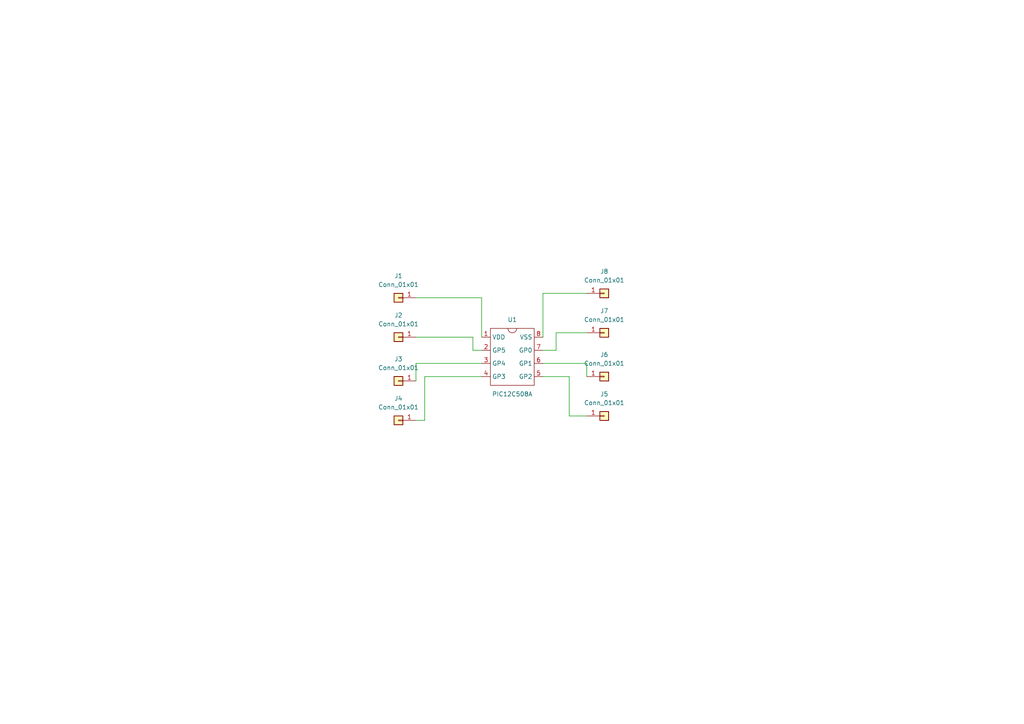
<source format=kicad_sch>
(kicad_sch (version 20211123) (generator eeschema)

  (uuid 44da88e9-9e3c-4b4b-8d0f-e68ef9567082)

  (paper "A4")

  (lib_symbols
    (symbol "Connector_Generic:Conn_01x01" (pin_names (offset 1.016) hide) (in_bom yes) (on_board yes)
      (property "Reference" "J" (id 0) (at 0 2.54 0)
        (effects (font (size 1.27 1.27)))
      )
      (property "Value" "Conn_01x01" (id 1) (at 0 -2.54 0)
        (effects (font (size 1.27 1.27)))
      )
      (property "Footprint" "" (id 2) (at 0 0 0)
        (effects (font (size 1.27 1.27)) hide)
      )
      (property "Datasheet" "~" (id 3) (at 0 0 0)
        (effects (font (size 1.27 1.27)) hide)
      )
      (property "ki_keywords" "connector" (id 4) (at 0 0 0)
        (effects (font (size 1.27 1.27)) hide)
      )
      (property "ki_description" "Generic connector, single row, 01x01, script generated (kicad-library-utils/schlib/autogen/connector/)" (id 5) (at 0 0 0)
        (effects (font (size 1.27 1.27)) hide)
      )
      (property "ki_fp_filters" "Connector*:*_1x??_*" (id 6) (at 0 0 0)
        (effects (font (size 1.27 1.27)) hide)
      )
      (symbol "Conn_01x01_1_1"
        (rectangle (start -1.27 0.127) (end 0 -0.127)
          (stroke (width 0.1524) (type default) (color 0 0 0 0))
          (fill (type none))
        )
        (rectangle (start -1.27 1.27) (end 1.27 -1.27)
          (stroke (width 0.254) (type default) (color 0 0 0 0))
          (fill (type background))
        )
        (pin passive line (at -5.08 0 0) (length 3.81)
          (name "Pin_1" (effects (font (size 1.27 1.27))))
          (number "1" (effects (font (size 1.27 1.27))))
        )
      )
    )
    (symbol "PIC12C508A:PIC12C508A" (in_bom yes) (on_board yes)
      (property "Reference" "U" (id 0) (at 0 8.89 0)
        (effects (font (size 1.27 1.27)))
      )
      (property "Value" "PIC12C508A" (id 1) (at 0 -10.16 0)
        (effects (font (size 1.27 1.27)))
      )
      (property "Footprint" "" (id 2) (at 0 0 0)
        (effects (font (size 1.27 1.27)) hide)
      )
      (property "Datasheet" "" (id 3) (at 0 0 0)
        (effects (font (size 1.27 1.27)) hide)
      )
      (symbol "PIC12C508A_0_1"
        (rectangle (start -6.35 7.62) (end 6.35 -8.89)
          (stroke (width 0) (type default) (color 0 0 0 0))
          (fill (type none))
        )
        (arc (start -1.27 7.62) (mid -0.898 6.722) (end 0 6.35)
          (stroke (width 0) (type default) (color 0 0 0 0))
          (fill (type none))
        )
        (arc (start 0 6.35) (mid 0.898 6.722) (end 1.27 7.62)
          (stroke (width 0) (type default) (color 0 0 0 0))
          (fill (type none))
        )
      )
      (symbol "PIC12C508A_1_1"
        (pin input line (at -8.89 5.08 0) (length 2.54)
          (name "VDD" (effects (font (size 1.27 1.27))))
          (number "1" (effects (font (size 1.27 1.27))))
        )
        (pin bidirectional line (at -8.89 1.27 0) (length 2.54)
          (name "GP5" (effects (font (size 1.27 1.27))))
          (number "2" (effects (font (size 1.27 1.27))))
        )
        (pin bidirectional line (at -8.89 -2.54 0) (length 2.54)
          (name "GP4" (effects (font (size 1.27 1.27))))
          (number "3" (effects (font (size 1.27 1.27))))
        )
        (pin input line (at -8.89 -6.35 0) (length 2.54)
          (name "GP3" (effects (font (size 1.27 1.27))))
          (number "4" (effects (font (size 1.27 1.27))))
        )
        (pin bidirectional line (at 8.89 -6.35 180) (length 2.54)
          (name "GP2" (effects (font (size 1.27 1.27))))
          (number "5" (effects (font (size 1.27 1.27))))
        )
        (pin bidirectional line (at 8.89 -2.54 180) (length 2.54)
          (name "GP1" (effects (font (size 1.27 1.27))))
          (number "6" (effects (font (size 1.27 1.27))))
        )
        (pin bidirectional line (at 8.89 1.27 180) (length 2.54)
          (name "GP0" (effects (font (size 1.27 1.27))))
          (number "7" (effects (font (size 1.27 1.27))))
        )
        (pin input line (at 8.89 5.08 180) (length 2.54)
          (name "VSS" (effects (font (size 1.27 1.27))))
          (number "8" (effects (font (size 1.27 1.27))))
        )
      )
    )
  )


  (wire (pts (xy 157.48 105.41) (xy 170.18 105.41))
    (stroke (width 0) (type default) (color 0 0 0 0))
    (uuid 015c5323-32d6-4455-a818-bce51b6582a4)
  )
  (wire (pts (xy 139.7 109.22) (xy 123.19 109.22))
    (stroke (width 0) (type default) (color 0 0 0 0))
    (uuid 0aa1a6d9-7947-45b7-8ce1-b9df8a5e877f)
  )
  (wire (pts (xy 139.7 86.36) (xy 120.65 86.36))
    (stroke (width 0) (type default) (color 0 0 0 0))
    (uuid 0d081844-7ee2-4c60-9ecb-808ba149f711)
  )
  (wire (pts (xy 170.18 105.41) (xy 170.18 109.22))
    (stroke (width 0) (type default) (color 0 0 0 0))
    (uuid 10111560-5254-473d-b173-f2e1e7c1aeff)
  )
  (wire (pts (xy 161.29 101.6) (xy 157.48 101.6))
    (stroke (width 0) (type default) (color 0 0 0 0))
    (uuid 2bf79509-a096-403c-bc10-785f31eaf8ca)
  )
  (wire (pts (xy 139.7 105.41) (xy 120.65 105.41))
    (stroke (width 0) (type default) (color 0 0 0 0))
    (uuid 36fcc655-a6c4-414c-a96b-e67e1f574ccb)
  )
  (wire (pts (xy 157.48 97.79) (xy 157.48 85.09))
    (stroke (width 0) (type default) (color 0 0 0 0))
    (uuid 552e9447-296b-4724-b3da-faded56606cc)
  )
  (wire (pts (xy 157.48 85.09) (xy 170.18 85.09))
    (stroke (width 0) (type default) (color 0 0 0 0))
    (uuid 779ac973-bb8c-4d34-b569-f31895529101)
  )
  (wire (pts (xy 165.1 120.65) (xy 170.18 120.65))
    (stroke (width 0) (type default) (color 0 0 0 0))
    (uuid 886f6fa1-4a69-4cf6-aeea-e3525704c652)
  )
  (wire (pts (xy 123.19 109.22) (xy 123.19 121.92))
    (stroke (width 0) (type default) (color 0 0 0 0))
    (uuid 8f71da7f-f80e-4655-97f7-4179b42b8d79)
  )
  (wire (pts (xy 157.48 109.22) (xy 165.1 109.22))
    (stroke (width 0) (type default) (color 0 0 0 0))
    (uuid 9ceb0b13-0d96-4cad-9040-32a1a36e724d)
  )
  (wire (pts (xy 120.65 97.79) (xy 137.16 97.79))
    (stroke (width 0) (type default) (color 0 0 0 0))
    (uuid b296633f-69e6-426b-9b7b-dd8a4218517c)
  )
  (wire (pts (xy 137.16 101.6) (xy 139.7 101.6))
    (stroke (width 0) (type default) (color 0 0 0 0))
    (uuid b935c074-ccaa-4cd9-9202-ef28a8a0db48)
  )
  (wire (pts (xy 123.19 121.92) (xy 120.65 121.92))
    (stroke (width 0) (type default) (color 0 0 0 0))
    (uuid baef74f2-c579-4836-9bf4-5006fe8acc8a)
  )
  (wire (pts (xy 137.16 97.79) (xy 137.16 101.6))
    (stroke (width 0) (type default) (color 0 0 0 0))
    (uuid bc90d426-8c8b-4071-ba84-afdaf3bb3eeb)
  )
  (wire (pts (xy 170.18 96.52) (xy 161.29 96.52))
    (stroke (width 0) (type default) (color 0 0 0 0))
    (uuid d5e9bed3-b6ae-414d-b72d-4748e2afc952)
  )
  (wire (pts (xy 165.1 109.22) (xy 165.1 120.65))
    (stroke (width 0) (type default) (color 0 0 0 0))
    (uuid ecd2b494-ab35-479e-a0ff-63a92be7eb9f)
  )
  (wire (pts (xy 139.7 97.79) (xy 139.7 86.36))
    (stroke (width 0) (type default) (color 0 0 0 0))
    (uuid f0fa0abe-37bf-416c-bfca-b02a54b0b1be)
  )
  (wire (pts (xy 120.65 105.41) (xy 120.65 110.49))
    (stroke (width 0) (type default) (color 0 0 0 0))
    (uuid f84c638f-0bb2-4b83-aec6-b1d0b43321af)
  )
  (wire (pts (xy 161.29 96.52) (xy 161.29 101.6))
    (stroke (width 0) (type default) (color 0 0 0 0))
    (uuid fe1b9661-86c6-487a-91c0-62a64ca41c5b)
  )

  (symbol (lib_id "Connector_Generic:Conn_01x01") (at 175.26 96.52 0) (mirror x) (unit 1)
    (in_bom yes) (on_board yes) (fields_autoplaced)
    (uuid 0c0e2b44-126f-4bcb-9935-dd935a24f865)
    (property "Reference" "J7" (id 0) (at 175.26 90.17 0))
    (property "Value" "Conn_01x01" (id 1) (at 175.26 92.71 0))
    (property "Footprint" "TestPoint:TestPoint_Pad_D1.5mm" (id 2) (at 175.26 96.52 0)
      (effects (font (size 1.27 1.27)) hide)
    )
    (property "Datasheet" "~" (id 3) (at 175.26 96.52 0)
      (effects (font (size 1.27 1.27)) hide)
    )
    (pin "1" (uuid f560ee56-4be7-485f-b0f1-d16b6ed732ee))
  )

  (symbol (lib_id "Connector_Generic:Conn_01x01") (at 115.57 110.49 180) (unit 1)
    (in_bom yes) (on_board yes) (fields_autoplaced)
    (uuid 15ee2c7c-e397-4911-a976-05251c707cd3)
    (property "Reference" "J3" (id 0) (at 115.57 104.14 0))
    (property "Value" "Conn_01x01" (id 1) (at 115.57 106.68 0))
    (property "Footprint" "TestPoint:TestPoint_Pad_D1.5mm" (id 2) (at 115.57 110.49 0)
      (effects (font (size 1.27 1.27)) hide)
    )
    (property "Datasheet" "~" (id 3) (at 115.57 110.49 0)
      (effects (font (size 1.27 1.27)) hide)
    )
    (pin "1" (uuid ebb4dce7-8a0f-4009-b717-fc7d593e9e22))
  )

  (symbol (lib_id "Connector_Generic:Conn_01x01") (at 175.26 109.22 0) (mirror x) (unit 1)
    (in_bom yes) (on_board yes) (fields_autoplaced)
    (uuid 253b33e1-765b-4c39-97f7-297a7319291b)
    (property "Reference" "J6" (id 0) (at 175.26 102.87 0))
    (property "Value" "Conn_01x01" (id 1) (at 175.26 105.41 0))
    (property "Footprint" "TestPoint:TestPoint_Pad_D1.5mm" (id 2) (at 175.26 109.22 0)
      (effects (font (size 1.27 1.27)) hide)
    )
    (property "Datasheet" "~" (id 3) (at 175.26 109.22 0)
      (effects (font (size 1.27 1.27)) hide)
    )
    (pin "1" (uuid ad55f997-a1fd-42b1-8cbf-e38d28623fde))
  )

  (symbol (lib_id "Connector_Generic:Conn_01x01") (at 175.26 85.09 0) (mirror x) (unit 1)
    (in_bom yes) (on_board yes) (fields_autoplaced)
    (uuid 2664a231-bd69-4273-bee2-2ed71365bcd2)
    (property "Reference" "J8" (id 0) (at 175.26 78.74 0))
    (property "Value" "Conn_01x01" (id 1) (at 175.26 81.28 0))
    (property "Footprint" "TestPoint:TestPoint_Pad_D1.5mm" (id 2) (at 175.26 85.09 0)
      (effects (font (size 1.27 1.27)) hide)
    )
    (property "Datasheet" "~" (id 3) (at 175.26 85.09 0)
      (effects (font (size 1.27 1.27)) hide)
    )
    (pin "1" (uuid 7283505b-1f3e-4443-b751-411b876b97d0))
  )

  (symbol (lib_id "Connector_Generic:Conn_01x01") (at 115.57 86.36 180) (unit 1)
    (in_bom yes) (on_board yes) (fields_autoplaced)
    (uuid 47eec5d9-d7ea-4647-881c-04535a096777)
    (property "Reference" "J1" (id 0) (at 115.57 80.01 0))
    (property "Value" "Conn_01x01" (id 1) (at 115.57 82.55 0))
    (property "Footprint" "TestPoint:TestPoint_Pad_D1.5mm" (id 2) (at 115.57 86.36 0)
      (effects (font (size 1.27 1.27)) hide)
    )
    (property "Datasheet" "~" (id 3) (at 115.57 86.36 0)
      (effects (font (size 1.27 1.27)) hide)
    )
    (pin "1" (uuid c952ae2d-0486-44cb-a058-e4e7e57a0388))
  )

  (symbol (lib_id "Connector_Generic:Conn_01x01") (at 115.57 97.79 180) (unit 1)
    (in_bom yes) (on_board yes) (fields_autoplaced)
    (uuid 884a6990-ccd9-4731-9614-04dc18474941)
    (property "Reference" "J2" (id 0) (at 115.57 91.44 0))
    (property "Value" "Conn_01x01" (id 1) (at 115.57 93.98 0))
    (property "Footprint" "TestPoint:TestPoint_Pad_D1.5mm" (id 2) (at 115.57 97.79 0)
      (effects (font (size 1.27 1.27)) hide)
    )
    (property "Datasheet" "~" (id 3) (at 115.57 97.79 0)
      (effects (font (size 1.27 1.27)) hide)
    )
    (pin "1" (uuid ab302350-4fa8-4992-a848-fe525c6e1ace))
  )

  (symbol (lib_id "Connector_Generic:Conn_01x01") (at 175.26 120.65 0) (mirror x) (unit 1)
    (in_bom yes) (on_board yes) (fields_autoplaced)
    (uuid 9b9d1ec4-105c-4027-b949-a8a296dea95f)
    (property "Reference" "J5" (id 0) (at 175.26 114.3 0))
    (property "Value" "Conn_01x01" (id 1) (at 175.26 116.84 0))
    (property "Footprint" "TestPoint:TestPoint_Pad_D1.5mm" (id 2) (at 175.26 120.65 0)
      (effects (font (size 1.27 1.27)) hide)
    )
    (property "Datasheet" "~" (id 3) (at 175.26 120.65 0)
      (effects (font (size 1.27 1.27)) hide)
    )
    (pin "1" (uuid e48c6d8c-e7f0-4b26-bf76-eba56e280c32))
  )

  (symbol (lib_id "PIC12C508A:PIC12C508A") (at 148.59 102.87 0) (unit 1)
    (in_bom yes) (on_board yes)
    (uuid ce1495b7-87c7-47bb-a9fd-e1f6505c014e)
    (property "Reference" "U1" (id 0) (at 148.59 92.71 0))
    (property "Value" "PIC12C508A" (id 1) (at 148.59 114.3 0))
    (property "Footprint" "Package_SO:SOIC-8_3.9x4.9mm_P1.27mm" (id 2) (at 148.59 102.87 0)
      (effects (font (size 1.27 1.27)) hide)
    )
    (property "Datasheet" "" (id 3) (at 148.59 102.87 0)
      (effects (font (size 1.27 1.27)) hide)
    )
    (pin "1" (uuid 4baa9218-12de-46b1-8152-71913b02890c))
    (pin "2" (uuid 8d423e97-535e-4376-9c8b-97e4029ed3cf))
    (pin "3" (uuid 8902e2bf-2977-495b-856c-ecda621a9b15))
    (pin "4" (uuid a201ed83-74e0-4dd2-a1f7-5b3adad227e2))
    (pin "5" (uuid b8409650-a693-4f22-ab6c-550cdec9aa81))
    (pin "6" (uuid 3f68a0fb-3475-4cc8-a7bf-bad68e445cce))
    (pin "7" (uuid 9ea253e0-0fac-4d5c-ae07-e3aac9dffe64))
    (pin "8" (uuid 273c1468-b84b-49ac-a1c3-02c84cf79aba))
  )

  (symbol (lib_id "Connector_Generic:Conn_01x01") (at 115.57 121.92 180) (unit 1)
    (in_bom yes) (on_board yes) (fields_autoplaced)
    (uuid ebdb3150-f4a9-4737-a323-836a7b63a1cd)
    (property "Reference" "J4" (id 0) (at 115.57 115.57 0))
    (property "Value" "Conn_01x01" (id 1) (at 115.57 118.11 0))
    (property "Footprint" "TestPoint:TestPoint_Pad_D1.5mm" (id 2) (at 115.57 121.92 0)
      (effects (font (size 1.27 1.27)) hide)
    )
    (property "Datasheet" "~" (id 3) (at 115.57 121.92 0)
      (effects (font (size 1.27 1.27)) hide)
    )
    (pin "1" (uuid 092427d4-ad86-4632-b3a7-334ad2d3afd7))
  )

  (sheet_instances
    (path "/" (page "1"))
  )

  (symbol_instances
    (path "/47eec5d9-d7ea-4647-881c-04535a096777"
      (reference "J1") (unit 1) (value "Conn_01x01") (footprint "TestPoint:TestPoint_Pad_D1.5mm")
    )
    (path "/884a6990-ccd9-4731-9614-04dc18474941"
      (reference "J2") (unit 1) (value "Conn_01x01") (footprint "TestPoint:TestPoint_Pad_D1.5mm")
    )
    (path "/15ee2c7c-e397-4911-a976-05251c707cd3"
      (reference "J3") (unit 1) (value "Conn_01x01") (footprint "TestPoint:TestPoint_Pad_D1.5mm")
    )
    (path "/ebdb3150-f4a9-4737-a323-836a7b63a1cd"
      (reference "J4") (unit 1) (value "Conn_01x01") (footprint "TestPoint:TestPoint_Pad_D1.5mm")
    )
    (path "/9b9d1ec4-105c-4027-b949-a8a296dea95f"
      (reference "J5") (unit 1) (value "Conn_01x01") (footprint "TestPoint:TestPoint_Pad_D1.5mm")
    )
    (path "/253b33e1-765b-4c39-97f7-297a7319291b"
      (reference "J6") (unit 1) (value "Conn_01x01") (footprint "TestPoint:TestPoint_Pad_D1.5mm")
    )
    (path "/0c0e2b44-126f-4bcb-9935-dd935a24f865"
      (reference "J7") (unit 1) (value "Conn_01x01") (footprint "TestPoint:TestPoint_Pad_D1.5mm")
    )
    (path "/2664a231-bd69-4273-bee2-2ed71365bcd2"
      (reference "J8") (unit 1) (value "Conn_01x01") (footprint "TestPoint:TestPoint_Pad_D1.5mm")
    )
    (path "/ce1495b7-87c7-47bb-a9fd-e1f6505c014e"
      (reference "U1") (unit 1) (value "PIC12C508A") (footprint "Package_SO:SOIC-8_3.9x4.9mm_P1.27mm")
    )
  )
)

</source>
